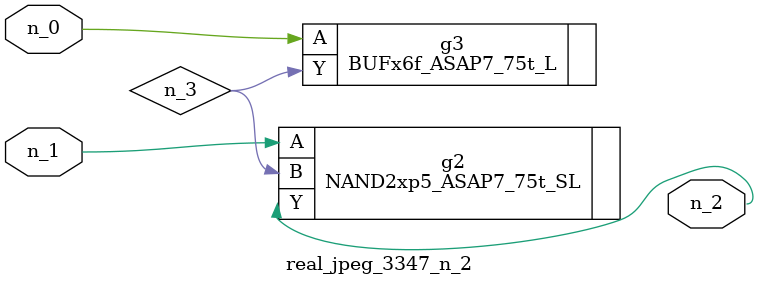
<source format=v>
module real_jpeg_3347_n_2 (n_1, n_0, n_2);

input n_1;
input n_0;

output n_2;

wire n_3;

BUFx6f_ASAP7_75t_L g3 ( 
.A(n_0),
.Y(n_3)
);

NAND2xp5_ASAP7_75t_SL g2 ( 
.A(n_1),
.B(n_3),
.Y(n_2)
);


endmodule
</source>
